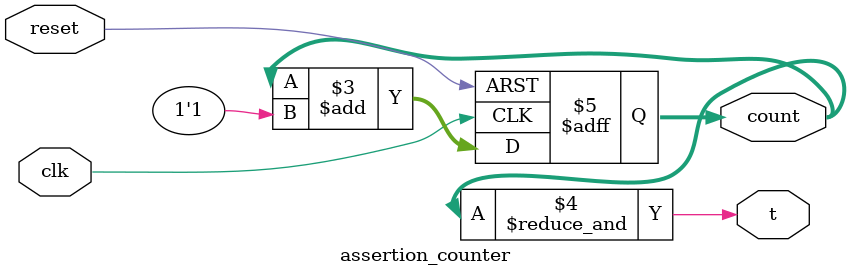
<source format=sv>
module assertion_counter(clk,reset,count,t);
input clk,reset;
output reg [3:0]count;
output t;
always @(posedge clk or negedge reset)
begin
if(!reset)
count <= 0;
else
count <= count + 1'b1;
end
assign t = &count;
endmodule
</source>
